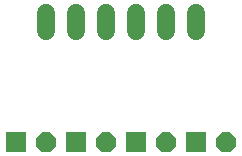
<source format=gbr>
G04 EAGLE Gerber RS-274X export*
G75*
%MOMM*%
%FSLAX34Y34*%
%LPD*%
%INBottom Copper*%
%IPPOS*%
%AMOC8*
5,1,8,0,0,1.08239X$1,22.5*%
G01*
%ADD10C,1.524000*%
%ADD11P,1.814519X8X202.500000*%
%ADD12R,1.676400X1.676400*%


D10*
X88900Y157480D02*
X88900Y172720D01*
X114300Y172720D02*
X114300Y157480D01*
X139700Y157480D02*
X139700Y172720D01*
X165100Y172720D02*
X165100Y157480D01*
X190500Y157480D02*
X190500Y172720D01*
X215900Y172720D02*
X215900Y157480D01*
D11*
X88900Y63500D03*
D12*
X63500Y63500D03*
D11*
X139700Y63500D03*
D12*
X114300Y63500D03*
D11*
X190500Y63500D03*
D12*
X165100Y63500D03*
D11*
X241300Y63500D03*
D12*
X215900Y63500D03*
M02*

</source>
